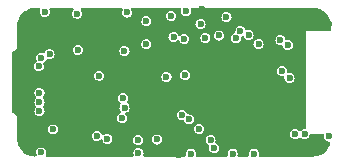
<source format=gbr>
%TF.GenerationSoftware,KiCad,Pcbnew,(6.0.4)*%
%TF.CreationDate,2022-08-13T13:22:29+02:00*%
%TF.ProjectId,mta1_usb,6d746131-5f75-4736-922e-6b696361645f,rev?*%
%TF.SameCoordinates,Original*%
%TF.FileFunction,Copper,L2,Inr*%
%TF.FilePolarity,Positive*%
%FSLAX46Y46*%
G04 Gerber Fmt 4.6, Leading zero omitted, Abs format (unit mm)*
G04 Created by KiCad (PCBNEW (6.0.4)) date 2022-08-13 13:22:29*
%MOMM*%
%LPD*%
G01*
G04 APERTURE LIST*
%TA.AperFunction,ViaPad*%
%ADD10C,0.600000*%
%TD*%
G04 APERTURE END LIST*
D10*
%TO.N,GND*%
X108951563Y-98787032D03*
X113700000Y-91262489D03*
X126850000Y-89100000D03*
X109499292Y-92457430D03*
X105643750Y-92350000D03*
X116550000Y-100100000D03*
X102200000Y-90500000D03*
X107017510Y-95517510D03*
X112200000Y-91600000D03*
X117900000Y-96100000D03*
X116900000Y-95100000D03*
X114190950Y-98140450D03*
X110450000Y-90350000D03*
X116107816Y-87836928D03*
X119850000Y-94100000D03*
X118900000Y-93100000D03*
X102800000Y-90200000D03*
X102987526Y-89456771D03*
X124200000Y-91350000D03*
X102200000Y-91150000D03*
X114136045Y-100136045D03*
X111450000Y-91600000D03*
X113250000Y-91750000D03*
X114521610Y-99650000D03*
X117900000Y-94100000D03*
X105593750Y-89200000D03*
X118900000Y-95100000D03*
X122700000Y-89500000D03*
X105191730Y-98653959D03*
X120500000Y-87950000D03*
X119850000Y-96100000D03*
X102400000Y-98000000D03*
X102400000Y-97350000D03*
X124500000Y-92000000D03*
X120900000Y-95100000D03*
X111400000Y-89850000D03*
X115800000Y-92050000D03*
X118850000Y-97100000D03*
%TO.N,+5V*%
X105543750Y-88200000D03*
X105593750Y-91250000D03*
X102500000Y-91950000D03*
X103500000Y-98000000D03*
X102300000Y-92650000D03*
X102350000Y-95700000D03*
X102800000Y-88050000D03*
X102350000Y-96450000D03*
%TO.N,+3V3*%
X114700000Y-93400000D03*
X123371981Y-90871981D03*
X111400000Y-88850000D03*
X119365412Y-89676255D03*
X107200000Y-98550000D03*
X123522528Y-93677472D03*
X116836928Y-98892184D03*
X109550000Y-96150000D03*
X114599988Y-90338489D03*
X109543750Y-91350000D03*
X109350000Y-97050000D03*
X109400000Y-95350000D03*
X120050000Y-90000000D03*
X126850000Y-98600000D03*
X113700000Y-90150000D03*
%TO.N,+2V5*%
X111400000Y-90800000D03*
X113100000Y-93550000D03*
X108100000Y-98800000D03*
%TO.N,+1V2*%
X122900238Y-93064220D03*
X115875683Y-97957964D03*
X110732513Y-99969111D03*
X109750000Y-88100000D03*
%TO.N,APP_CDONE*%
X122750000Y-90450000D03*
%TO.N,APP_CRESET*%
X116400000Y-90250000D03*
X120896377Y-90771778D03*
%TO.N,APP_ICE_SCK*%
X113500000Y-88388000D03*
X117562000Y-90050000D03*
%TO.N,SPI_VCC_OK*%
X107400000Y-93450000D03*
X102500000Y-99950000D03*
%TO.N,TX*%
X110707631Y-98894377D03*
%TO.N,Net-(P1-PadA5)*%
X102346800Y-94903200D03*
X103206258Y-91637342D03*
%TO.N,APP_ICE_SS*%
X118183368Y-88496982D03*
%TO.N,APP_ICE_MOSI*%
X115986240Y-89094334D03*
%TO.N,APP_ICE_MISO*%
X118984579Y-90263000D03*
X114756811Y-87993272D03*
%TO.N,RX*%
X112300000Y-98850000D03*
%TO.N,RTS*%
X115001531Y-97152723D03*
X115150000Y-100050000D03*
%TO.N,CTS*%
X117134427Y-99569435D03*
X114400000Y-96762000D03*
%TO.N,APP_GPIO1*%
X118700000Y-100050000D03*
%TO.N,APP_GPIO2*%
X120500000Y-100050000D03*
%TO.N,APP_GPIO3*%
X124000000Y-98400500D03*
%TO.N,APP_GPIO4*%
X124796800Y-98396800D03*
%TD*%
%TA.AperFunction,Conductor*%
%TO.N,GND*%
G36*
X102363036Y-87720502D02*
G01*
X102409529Y-87774158D01*
X102419633Y-87844432D01*
X102407182Y-87883702D01*
X102394783Y-87908037D01*
X102394782Y-87908041D01*
X102390281Y-87916874D01*
X102388731Y-87926663D01*
X102388730Y-87926665D01*
X102383761Y-87958041D01*
X102369196Y-88050000D01*
X102370747Y-88059793D01*
X102384790Y-88148454D01*
X102390281Y-88183126D01*
X102451472Y-88303220D01*
X102546780Y-88398528D01*
X102666874Y-88459719D01*
X102676663Y-88461269D01*
X102676665Y-88461270D01*
X102790207Y-88479253D01*
X102800000Y-88480804D01*
X102809793Y-88479253D01*
X102923335Y-88461270D01*
X102923337Y-88461269D01*
X102933126Y-88459719D01*
X103053220Y-88398528D01*
X103148528Y-88303220D01*
X103209719Y-88183126D01*
X103215211Y-88148454D01*
X103229253Y-88059793D01*
X103230804Y-88050000D01*
X103216239Y-87958041D01*
X103211270Y-87926665D01*
X103211269Y-87926663D01*
X103209719Y-87916874D01*
X103205218Y-87908041D01*
X103205217Y-87908037D01*
X103192818Y-87883702D01*
X103179714Y-87813925D01*
X103206415Y-87748140D01*
X103264443Y-87707235D01*
X103305085Y-87700500D01*
X105137312Y-87700500D01*
X105205433Y-87720502D01*
X105251926Y-87774158D01*
X105262030Y-87844432D01*
X105232536Y-87909012D01*
X105226407Y-87915595D01*
X105195222Y-87946780D01*
X105134031Y-88066874D01*
X105132481Y-88076663D01*
X105132480Y-88076665D01*
X105130335Y-88090207D01*
X105112946Y-88200000D01*
X105114497Y-88209793D01*
X105127896Y-88294388D01*
X105134031Y-88333126D01*
X105195222Y-88453220D01*
X105290530Y-88548528D01*
X105410624Y-88609719D01*
X105420413Y-88611269D01*
X105420415Y-88611270D01*
X105533957Y-88629253D01*
X105543750Y-88630804D01*
X105553543Y-88629253D01*
X105667085Y-88611270D01*
X105667087Y-88611269D01*
X105676876Y-88609719D01*
X105796970Y-88548528D01*
X105892278Y-88453220D01*
X105953469Y-88333126D01*
X105959605Y-88294388D01*
X105973003Y-88209793D01*
X105974554Y-88200000D01*
X105957165Y-88090207D01*
X105955020Y-88076665D01*
X105955019Y-88076663D01*
X105953469Y-88066874D01*
X105892278Y-87946780D01*
X105861093Y-87915595D01*
X105827067Y-87853283D01*
X105832132Y-87782468D01*
X105874679Y-87725632D01*
X105941199Y-87700821D01*
X105950188Y-87700500D01*
X109270392Y-87700500D01*
X109338513Y-87720502D01*
X109385006Y-87774158D01*
X109395110Y-87844432D01*
X109382659Y-87883702D01*
X109340281Y-87966874D01*
X109319196Y-88100000D01*
X109320747Y-88109793D01*
X109326158Y-88143954D01*
X109340281Y-88233126D01*
X109401472Y-88353220D01*
X109496780Y-88448528D01*
X109616874Y-88509719D01*
X109626663Y-88511269D01*
X109626665Y-88511270D01*
X109740207Y-88529253D01*
X109750000Y-88530804D01*
X109759793Y-88529253D01*
X109873335Y-88511270D01*
X109873337Y-88511269D01*
X109883126Y-88509719D01*
X110003220Y-88448528D01*
X110063748Y-88388000D01*
X113069196Y-88388000D01*
X113070747Y-88397793D01*
X113088279Y-88508483D01*
X113090281Y-88521126D01*
X113151472Y-88641220D01*
X113246780Y-88736528D01*
X113366874Y-88797719D01*
X113376663Y-88799269D01*
X113376665Y-88799270D01*
X113490207Y-88817253D01*
X113500000Y-88818804D01*
X113509793Y-88817253D01*
X113623335Y-88799270D01*
X113623337Y-88799269D01*
X113633126Y-88797719D01*
X113753220Y-88736528D01*
X113848528Y-88641220D01*
X113909719Y-88521126D01*
X113911722Y-88508483D01*
X113913544Y-88496982D01*
X117752564Y-88496982D01*
X117754115Y-88506775D01*
X117770420Y-88609719D01*
X117773649Y-88630108D01*
X117834840Y-88750202D01*
X117930148Y-88845510D01*
X118050242Y-88906701D01*
X118060031Y-88908251D01*
X118060033Y-88908252D01*
X118173575Y-88926235D01*
X118183368Y-88927786D01*
X118193161Y-88926235D01*
X118306703Y-88908252D01*
X118306705Y-88908251D01*
X118316494Y-88906701D01*
X118436588Y-88845510D01*
X118531896Y-88750202D01*
X118593087Y-88630108D01*
X118596317Y-88609719D01*
X118612621Y-88506775D01*
X118614172Y-88496982D01*
X118607241Y-88453220D01*
X118594638Y-88373647D01*
X118594637Y-88373645D01*
X118593087Y-88363856D01*
X118531896Y-88243762D01*
X118436588Y-88148454D01*
X118316494Y-88087263D01*
X118306705Y-88085713D01*
X118306703Y-88085712D01*
X118193161Y-88067729D01*
X118183368Y-88066178D01*
X118173575Y-88067729D01*
X118060033Y-88085712D01*
X118060031Y-88085713D01*
X118050242Y-88087263D01*
X117930148Y-88148454D01*
X117834840Y-88243762D01*
X117773649Y-88363856D01*
X117772099Y-88373645D01*
X117772098Y-88373647D01*
X117759495Y-88453220D01*
X117752564Y-88496982D01*
X113913544Y-88496982D01*
X113929253Y-88397793D01*
X113930804Y-88388000D01*
X113925581Y-88355023D01*
X113911270Y-88264665D01*
X113911269Y-88264663D01*
X113909719Y-88254874D01*
X113848528Y-88134780D01*
X113753220Y-88039472D01*
X113633126Y-87978281D01*
X113623337Y-87976731D01*
X113623335Y-87976730D01*
X113509793Y-87958747D01*
X113500000Y-87957196D01*
X113490207Y-87958747D01*
X113376665Y-87976730D01*
X113376663Y-87976731D01*
X113366874Y-87978281D01*
X113246780Y-88039472D01*
X113151472Y-88134780D01*
X113090281Y-88254874D01*
X113088731Y-88264663D01*
X113088730Y-88264665D01*
X113074419Y-88355023D01*
X113069196Y-88388000D01*
X110063748Y-88388000D01*
X110098528Y-88353220D01*
X110159719Y-88233126D01*
X110173843Y-88143954D01*
X110179253Y-88109793D01*
X110180804Y-88100000D01*
X110159719Y-87966874D01*
X110117341Y-87883702D01*
X110104237Y-87813926D01*
X110130937Y-87748142D01*
X110188964Y-87707235D01*
X110229608Y-87700500D01*
X114227171Y-87700500D01*
X114295292Y-87720502D01*
X114341785Y-87774158D01*
X114351889Y-87844432D01*
X114349194Y-87856020D01*
X114347092Y-87860146D01*
X114345541Y-87869939D01*
X114345540Y-87869942D01*
X114332563Y-87951878D01*
X114326007Y-87993272D01*
X114327558Y-88003065D01*
X114341607Y-88091764D01*
X114347092Y-88126398D01*
X114408283Y-88246492D01*
X114503591Y-88341800D01*
X114623685Y-88402991D01*
X114633474Y-88404541D01*
X114633476Y-88404542D01*
X114747018Y-88422525D01*
X114756811Y-88424076D01*
X114766604Y-88422525D01*
X114880146Y-88404542D01*
X114880148Y-88404541D01*
X114889937Y-88402991D01*
X115010031Y-88341800D01*
X115105339Y-88246492D01*
X115166530Y-88126398D01*
X115172016Y-88091764D01*
X115186064Y-88003065D01*
X115187615Y-87993272D01*
X115181059Y-87951878D01*
X115168082Y-87869942D01*
X115168081Y-87869939D01*
X115166530Y-87860146D01*
X115166463Y-87860015D01*
X115164590Y-87794470D01*
X115201251Y-87733672D01*
X115264963Y-87702346D01*
X115286451Y-87700500D01*
X125455152Y-87700500D01*
X125474536Y-87702000D01*
X125485567Y-87703718D01*
X125485571Y-87703718D01*
X125494440Y-87705099D01*
X125506517Y-87703520D01*
X125531837Y-87702777D01*
X125668377Y-87712543D01*
X125711526Y-87715629D01*
X125729320Y-87718188D01*
X125927741Y-87761352D01*
X125944990Y-87766416D01*
X125988028Y-87782468D01*
X126135248Y-87837378D01*
X126151595Y-87844843D01*
X126329817Y-87942161D01*
X126344934Y-87951876D01*
X126378135Y-87976730D01*
X126507496Y-88073568D01*
X126521082Y-88085341D01*
X126664659Y-88228918D01*
X126676432Y-88242504D01*
X126697280Y-88270354D01*
X126796599Y-88403028D01*
X126798122Y-88405063D01*
X126807839Y-88420183D01*
X126900441Y-88589769D01*
X126905155Y-88598402D01*
X126912622Y-88614752D01*
X126919200Y-88632388D01*
X126983584Y-88805010D01*
X126988648Y-88822259D01*
X127031812Y-89020680D01*
X127034371Y-89038474D01*
X127046760Y-89211696D01*
X127046142Y-89226590D01*
X127046392Y-89226593D01*
X127046282Y-89235569D01*
X127044901Y-89244440D01*
X127046065Y-89253342D01*
X127046065Y-89253345D01*
X127048436Y-89271473D01*
X127049500Y-89287810D01*
X127049500Y-89574000D01*
X127029498Y-89642121D01*
X126975842Y-89688614D01*
X126923500Y-89700000D01*
X124900000Y-89700000D01*
X124900000Y-97842036D01*
X124879998Y-97910157D01*
X124826342Y-97956650D01*
X124793711Y-97966485D01*
X124673465Y-97985530D01*
X124673463Y-97985531D01*
X124663674Y-97987081D01*
X124543580Y-98048272D01*
X124485645Y-98106207D01*
X124423333Y-98140233D01*
X124352518Y-98135168D01*
X124307455Y-98106207D01*
X124253220Y-98051972D01*
X124133126Y-97990781D01*
X124123337Y-97989231D01*
X124123335Y-97989230D01*
X124009793Y-97971247D01*
X124000000Y-97969696D01*
X123990207Y-97971247D01*
X123876665Y-97989230D01*
X123876663Y-97989231D01*
X123866874Y-97990781D01*
X123746780Y-98051972D01*
X123651472Y-98147280D01*
X123590281Y-98267374D01*
X123588731Y-98277163D01*
X123588730Y-98277165D01*
X123570747Y-98390707D01*
X123569196Y-98400500D01*
X123570747Y-98410293D01*
X123586019Y-98506714D01*
X123590281Y-98533626D01*
X123651472Y-98653720D01*
X123746780Y-98749028D01*
X123866874Y-98810219D01*
X123876663Y-98811769D01*
X123876665Y-98811770D01*
X123990207Y-98829753D01*
X124000000Y-98831304D01*
X124009793Y-98829753D01*
X124123335Y-98811770D01*
X124123337Y-98811769D01*
X124133126Y-98810219D01*
X124253220Y-98749028D01*
X124311155Y-98691093D01*
X124373467Y-98657067D01*
X124444282Y-98662132D01*
X124489345Y-98691093D01*
X124543580Y-98745328D01*
X124663674Y-98806519D01*
X124673463Y-98808069D01*
X124673465Y-98808070D01*
X124787007Y-98826053D01*
X124796800Y-98827604D01*
X124806593Y-98826053D01*
X124920135Y-98808070D01*
X124920137Y-98808069D01*
X124929926Y-98806519D01*
X125050020Y-98745328D01*
X125145328Y-98650020D01*
X125206519Y-98529926D01*
X125210196Y-98506714D01*
X125218182Y-98456289D01*
X125248595Y-98392136D01*
X125308863Y-98354609D01*
X125342631Y-98350000D01*
X126311265Y-98350000D01*
X126379386Y-98370002D01*
X126425879Y-98423658D01*
X126435714Y-98495710D01*
X126419196Y-98600000D01*
X126420747Y-98609793D01*
X126437830Y-98717649D01*
X126440281Y-98733126D01*
X126501472Y-98853220D01*
X126596780Y-98948528D01*
X126716874Y-99009719D01*
X126726663Y-99011269D01*
X126726665Y-99011270D01*
X126840207Y-99029253D01*
X126850000Y-99030804D01*
X126859793Y-99029253D01*
X126863926Y-99029253D01*
X126932047Y-99049255D01*
X126978540Y-99102911D01*
X126988644Y-99173185D01*
X126981982Y-99199285D01*
X126961120Y-99255218D01*
X126938792Y-99315085D01*
X126912624Y-99385244D01*
X126905157Y-99401595D01*
X126816535Y-99563893D01*
X126807841Y-99579814D01*
X126798124Y-99594934D01*
X126727132Y-99689769D01*
X126676432Y-99757496D01*
X126664659Y-99771082D01*
X126521082Y-99914659D01*
X126507495Y-99926432D01*
X126437068Y-99979154D01*
X126344937Y-100048122D01*
X126329817Y-100057839D01*
X126151595Y-100155157D01*
X126135248Y-100162622D01*
X126026400Y-100203220D01*
X125944990Y-100233584D01*
X125927741Y-100238648D01*
X125729320Y-100281812D01*
X125711526Y-100284371D01*
X125538304Y-100296760D01*
X125523410Y-100296142D01*
X125523407Y-100296392D01*
X125514431Y-100296282D01*
X125505560Y-100294901D01*
X125496658Y-100296065D01*
X125496655Y-100296065D01*
X125478527Y-100298436D01*
X125462190Y-100299500D01*
X121038815Y-100299500D01*
X120970694Y-100279498D01*
X120924201Y-100225842D01*
X120914366Y-100153790D01*
X120929253Y-100059794D01*
X120929253Y-100059793D01*
X120930804Y-100050000D01*
X120918870Y-99974653D01*
X120911270Y-99926665D01*
X120911269Y-99926663D01*
X120909719Y-99916874D01*
X120848528Y-99796780D01*
X120753220Y-99701472D01*
X120633126Y-99640281D01*
X120623337Y-99638731D01*
X120623335Y-99638730D01*
X120509793Y-99620747D01*
X120500000Y-99619196D01*
X120490207Y-99620747D01*
X120376665Y-99638730D01*
X120376663Y-99638731D01*
X120366874Y-99640281D01*
X120246780Y-99701472D01*
X120151472Y-99796780D01*
X120090281Y-99916874D01*
X120088731Y-99926663D01*
X120088730Y-99926665D01*
X120081130Y-99974653D01*
X120069196Y-100050000D01*
X120070747Y-100059793D01*
X120070747Y-100059794D01*
X120085634Y-100153790D01*
X120076534Y-100224201D01*
X120030812Y-100278515D01*
X119961185Y-100299500D01*
X119238815Y-100299500D01*
X119170694Y-100279498D01*
X119124201Y-100225842D01*
X119114366Y-100153790D01*
X119129253Y-100059794D01*
X119129253Y-100059793D01*
X119130804Y-100050000D01*
X119118870Y-99974653D01*
X119111270Y-99926665D01*
X119111269Y-99926663D01*
X119109719Y-99916874D01*
X119048528Y-99796780D01*
X118953220Y-99701472D01*
X118833126Y-99640281D01*
X118823337Y-99638731D01*
X118823335Y-99638730D01*
X118709793Y-99620747D01*
X118700000Y-99619196D01*
X118690207Y-99620747D01*
X118576665Y-99638730D01*
X118576663Y-99638731D01*
X118566874Y-99640281D01*
X118446780Y-99701472D01*
X118351472Y-99796780D01*
X118290281Y-99916874D01*
X118288731Y-99926663D01*
X118288730Y-99926665D01*
X118281130Y-99974653D01*
X118269196Y-100050000D01*
X118270747Y-100059793D01*
X118270747Y-100059794D01*
X118285634Y-100153790D01*
X118276534Y-100224201D01*
X118230812Y-100278515D01*
X118161185Y-100299500D01*
X115688815Y-100299500D01*
X115620694Y-100279498D01*
X115574201Y-100225842D01*
X115564366Y-100153790D01*
X115579253Y-100059794D01*
X115579253Y-100059793D01*
X115580804Y-100050000D01*
X115568870Y-99974653D01*
X115561270Y-99926665D01*
X115561269Y-99926663D01*
X115559719Y-99916874D01*
X115498528Y-99796780D01*
X115403220Y-99701472D01*
X115283126Y-99640281D01*
X115273337Y-99638731D01*
X115273335Y-99638730D01*
X115159793Y-99620747D01*
X115150000Y-99619196D01*
X115140207Y-99620747D01*
X115026665Y-99638730D01*
X115026663Y-99638731D01*
X115016874Y-99640281D01*
X114896780Y-99701472D01*
X114801472Y-99796780D01*
X114740281Y-99916874D01*
X114738731Y-99926663D01*
X114738730Y-99926665D01*
X114731130Y-99974653D01*
X114719196Y-100050000D01*
X114720747Y-100059793D01*
X114720747Y-100059794D01*
X114735634Y-100153790D01*
X114726534Y-100224201D01*
X114680812Y-100278515D01*
X114611185Y-100299500D01*
X111247335Y-100299500D01*
X111179214Y-100279498D01*
X111132721Y-100225842D01*
X111122617Y-100155568D01*
X111135068Y-100116297D01*
X111142232Y-100102237D01*
X111150506Y-100050000D01*
X111161766Y-99978904D01*
X111163317Y-99969111D01*
X111155781Y-99921528D01*
X111143783Y-99845776D01*
X111143782Y-99845774D01*
X111142232Y-99835985D01*
X111081041Y-99715891D01*
X110985733Y-99620583D01*
X110865639Y-99559392D01*
X110855848Y-99557841D01*
X110855847Y-99557841D01*
X110847127Y-99556460D01*
X110833001Y-99554223D01*
X110768849Y-99523812D01*
X110731321Y-99463544D01*
X110732334Y-99392555D01*
X110771565Y-99333382D01*
X110822055Y-99310322D01*
X110821532Y-99308712D01*
X110830965Y-99305647D01*
X110840757Y-99304096D01*
X110960851Y-99242905D01*
X111056159Y-99147597D01*
X111117350Y-99027503D01*
X111123986Y-98985609D01*
X111136884Y-98904170D01*
X111138435Y-98894377D01*
X111133027Y-98860231D01*
X111131407Y-98850000D01*
X111869196Y-98850000D01*
X111870747Y-98859793D01*
X111886921Y-98961909D01*
X111890281Y-98983126D01*
X111951472Y-99103220D01*
X112046780Y-99198528D01*
X112166874Y-99259719D01*
X112176663Y-99261269D01*
X112176665Y-99261270D01*
X112290207Y-99279253D01*
X112300000Y-99280804D01*
X112309793Y-99279253D01*
X112423335Y-99261270D01*
X112423337Y-99261269D01*
X112433126Y-99259719D01*
X112553220Y-99198528D01*
X112648528Y-99103220D01*
X112709719Y-98983126D01*
X112713080Y-98961909D01*
X112724123Y-98892184D01*
X116406124Y-98892184D01*
X116407675Y-98901977D01*
X116424740Y-99009719D01*
X116427209Y-99025310D01*
X116488400Y-99145404D01*
X116583708Y-99240712D01*
X116624056Y-99261270D01*
X116664721Y-99281990D01*
X116716336Y-99330738D01*
X116733402Y-99399653D01*
X116727929Y-99429986D01*
X116724708Y-99436309D01*
X116723158Y-99446098D01*
X116723157Y-99446100D01*
X116707528Y-99544782D01*
X116703623Y-99569435D01*
X116705174Y-99579228D01*
X116711726Y-99620593D01*
X116724708Y-99702561D01*
X116785899Y-99822655D01*
X116881207Y-99917963D01*
X117001301Y-99979154D01*
X117011090Y-99980704D01*
X117011092Y-99980705D01*
X117124634Y-99998688D01*
X117134427Y-100000239D01*
X117144220Y-99998688D01*
X117257762Y-99980705D01*
X117257764Y-99980704D01*
X117267553Y-99979154D01*
X117387647Y-99917963D01*
X117482955Y-99822655D01*
X117544146Y-99702561D01*
X117557129Y-99620593D01*
X117563680Y-99579228D01*
X117565231Y-99569435D01*
X117561326Y-99544782D01*
X117545697Y-99446100D01*
X117545696Y-99446098D01*
X117544146Y-99436309D01*
X117482955Y-99316215D01*
X117387647Y-99220907D01*
X117306633Y-99179629D01*
X117255019Y-99130881D01*
X117237953Y-99061966D01*
X117243426Y-99031633D01*
X117246647Y-99025310D01*
X117249117Y-99009719D01*
X117266181Y-98901977D01*
X117267732Y-98892184D01*
X117252243Y-98794388D01*
X117248198Y-98768849D01*
X117248197Y-98768847D01*
X117246647Y-98759058D01*
X117185456Y-98638964D01*
X117090148Y-98543656D01*
X116970054Y-98482465D01*
X116960265Y-98480915D01*
X116960263Y-98480914D01*
X116846721Y-98462931D01*
X116836928Y-98461380D01*
X116827135Y-98462931D01*
X116713593Y-98480914D01*
X116713591Y-98480915D01*
X116703802Y-98482465D01*
X116583708Y-98543656D01*
X116488400Y-98638964D01*
X116427209Y-98759058D01*
X116425659Y-98768847D01*
X116425658Y-98768849D01*
X116421613Y-98794388D01*
X116406124Y-98892184D01*
X112724123Y-98892184D01*
X112729253Y-98859793D01*
X112730804Y-98850000D01*
X112723917Y-98806519D01*
X112711270Y-98726665D01*
X112711269Y-98726663D01*
X112709719Y-98716874D01*
X112648528Y-98596780D01*
X112553220Y-98501472D01*
X112433126Y-98440281D01*
X112423337Y-98438731D01*
X112423335Y-98438730D01*
X112309793Y-98420747D01*
X112300000Y-98419196D01*
X112290207Y-98420747D01*
X112176665Y-98438730D01*
X112176663Y-98438731D01*
X112166874Y-98440281D01*
X112046780Y-98501472D01*
X111951472Y-98596780D01*
X111890281Y-98716874D01*
X111888731Y-98726663D01*
X111888730Y-98726665D01*
X111876083Y-98806519D01*
X111869196Y-98850000D01*
X111131407Y-98850000D01*
X111118901Y-98771042D01*
X111118900Y-98771040D01*
X111117350Y-98761251D01*
X111056159Y-98641157D01*
X110960851Y-98545849D01*
X110840757Y-98484658D01*
X110830968Y-98483108D01*
X110830966Y-98483107D01*
X110717424Y-98465124D01*
X110707631Y-98463573D01*
X110697838Y-98465124D01*
X110584296Y-98483107D01*
X110584294Y-98483108D01*
X110574505Y-98484658D01*
X110454411Y-98545849D01*
X110359103Y-98641157D01*
X110297912Y-98761251D01*
X110296362Y-98771040D01*
X110296361Y-98771042D01*
X110282235Y-98860231D01*
X110276827Y-98894377D01*
X110278378Y-98904170D01*
X110291277Y-98985609D01*
X110297912Y-99027503D01*
X110359103Y-99147597D01*
X110454411Y-99242905D01*
X110574505Y-99304096D01*
X110584296Y-99305647D01*
X110584297Y-99305647D01*
X110593017Y-99307028D01*
X110607143Y-99309265D01*
X110671295Y-99339676D01*
X110708823Y-99399944D01*
X110707810Y-99470933D01*
X110668579Y-99530106D01*
X110618089Y-99553166D01*
X110618612Y-99554776D01*
X110609179Y-99557841D01*
X110599387Y-99559392D01*
X110479293Y-99620583D01*
X110383985Y-99715891D01*
X110322794Y-99835985D01*
X110321244Y-99845774D01*
X110321243Y-99845776D01*
X110309245Y-99921528D01*
X110301709Y-99969111D01*
X110303260Y-99978904D01*
X110314521Y-100050000D01*
X110322794Y-100102237D01*
X110329958Y-100116297D01*
X110343062Y-100186073D01*
X110316362Y-100251858D01*
X110258335Y-100292765D01*
X110217691Y-100299500D01*
X103005085Y-100299500D01*
X102936964Y-100279498D01*
X102890471Y-100225842D01*
X102880367Y-100155568D01*
X102892818Y-100116298D01*
X102905217Y-100091963D01*
X102905218Y-100091959D01*
X102909719Y-100083126D01*
X102913415Y-100059794D01*
X102929253Y-99959793D01*
X102930804Y-99950000D01*
X102926443Y-99922463D01*
X102911270Y-99826665D01*
X102911269Y-99826663D01*
X102909719Y-99816874D01*
X102848528Y-99696780D01*
X102753220Y-99601472D01*
X102633126Y-99540281D01*
X102623337Y-99538731D01*
X102623335Y-99538730D01*
X102509793Y-99520747D01*
X102500000Y-99519196D01*
X102490207Y-99520747D01*
X102376665Y-99538730D01*
X102376663Y-99538731D01*
X102366874Y-99540281D01*
X102246780Y-99601472D01*
X102151472Y-99696780D01*
X102090281Y-99816874D01*
X102088731Y-99826663D01*
X102088730Y-99826665D01*
X102073557Y-99922463D01*
X102069196Y-99950000D01*
X102070747Y-99959793D01*
X102086586Y-100059794D01*
X102090281Y-100083126D01*
X102094782Y-100091959D01*
X102094783Y-100091963D01*
X102105411Y-100112822D01*
X102118515Y-100182599D01*
X102091814Y-100248384D01*
X102033786Y-100289289D01*
X102005038Y-100293886D01*
X102005171Y-100294896D01*
X101993115Y-100296483D01*
X101967780Y-100297247D01*
X101917450Y-100293687D01*
X101788086Y-100284535D01*
X101770281Y-100281988D01*
X101571855Y-100238951D01*
X101554584Y-100233890D01*
X101364317Y-100163025D01*
X101347944Y-100155555D01*
X101327843Y-100144587D01*
X101169713Y-100058305D01*
X101154581Y-100048585D01*
X100992017Y-99926931D01*
X100978415Y-99915146D01*
X100834854Y-99771585D01*
X100823069Y-99757983D01*
X100798179Y-99724723D01*
X100701415Y-99595419D01*
X100691695Y-99580287D01*
X100594445Y-99402056D01*
X100586975Y-99385683D01*
X100586812Y-99385244D01*
X100558307Y-99308712D01*
X100516110Y-99195416D01*
X100511049Y-99178146D01*
X100494731Y-99102911D01*
X100468012Y-98979719D01*
X100465464Y-98961909D01*
X100464518Y-98948528D01*
X100454734Y-98810231D01*
X100453210Y-98788682D01*
X100453840Y-98773797D01*
X100453588Y-98773794D01*
X100453706Y-98764814D01*
X100455094Y-98755947D01*
X100451550Y-98728664D01*
X100450500Y-98712433D01*
X100450500Y-98550000D01*
X106769196Y-98550000D01*
X106770747Y-98559793D01*
X106786154Y-98657067D01*
X106790281Y-98683126D01*
X106851472Y-98803220D01*
X106946780Y-98898528D01*
X107066874Y-98959719D01*
X107076663Y-98961269D01*
X107076665Y-98961270D01*
X107190207Y-98979253D01*
X107200000Y-98980804D01*
X107209793Y-98979253D01*
X107323335Y-98961270D01*
X107323337Y-98961269D01*
X107333126Y-98959719D01*
X107453220Y-98898528D01*
X107479501Y-98872247D01*
X107541813Y-98838221D01*
X107612628Y-98843286D01*
X107669464Y-98885833D01*
X107688430Y-98922408D01*
X107688729Y-98923330D01*
X107690281Y-98933126D01*
X107694782Y-98941959D01*
X107694783Y-98941962D01*
X107713784Y-98979253D01*
X107751472Y-99053220D01*
X107846780Y-99148528D01*
X107966874Y-99209719D01*
X107976663Y-99211269D01*
X107976665Y-99211270D01*
X108090207Y-99229253D01*
X108100000Y-99230804D01*
X108109793Y-99229253D01*
X108223335Y-99211270D01*
X108223337Y-99211269D01*
X108233126Y-99209719D01*
X108353220Y-99148528D01*
X108448528Y-99053220D01*
X108509719Y-98933126D01*
X108514653Y-98901977D01*
X108529253Y-98809793D01*
X108530804Y-98800000D01*
X108524646Y-98761120D01*
X108511270Y-98676665D01*
X108511269Y-98676663D01*
X108509719Y-98666874D01*
X108448528Y-98546780D01*
X108353220Y-98451472D01*
X108233126Y-98390281D01*
X108223337Y-98388731D01*
X108223335Y-98388730D01*
X108109793Y-98370747D01*
X108100000Y-98369196D01*
X108090207Y-98370747D01*
X107976665Y-98388730D01*
X107976663Y-98388731D01*
X107966874Y-98390281D01*
X107846780Y-98451472D01*
X107820499Y-98477753D01*
X107758187Y-98511779D01*
X107687372Y-98506714D01*
X107630536Y-98464167D01*
X107611570Y-98427592D01*
X107611271Y-98426670D01*
X107609719Y-98416874D01*
X107548528Y-98296780D01*
X107453220Y-98201472D01*
X107333126Y-98140281D01*
X107323337Y-98138731D01*
X107323335Y-98138730D01*
X107209793Y-98120747D01*
X107200000Y-98119196D01*
X107190207Y-98120747D01*
X107076665Y-98138730D01*
X107076663Y-98138731D01*
X107066874Y-98140281D01*
X106946780Y-98201472D01*
X106851472Y-98296780D01*
X106790281Y-98416874D01*
X106788731Y-98426663D01*
X106788730Y-98426665D01*
X106770816Y-98539769D01*
X106769196Y-98550000D01*
X100450500Y-98550000D01*
X100450500Y-98000000D01*
X103069196Y-98000000D01*
X103070747Y-98009793D01*
X103088075Y-98119196D01*
X103090281Y-98133126D01*
X103151472Y-98253220D01*
X103246780Y-98348528D01*
X103366874Y-98409719D01*
X103376663Y-98411269D01*
X103376665Y-98411270D01*
X103490207Y-98429253D01*
X103500000Y-98430804D01*
X103509793Y-98429253D01*
X103623335Y-98411270D01*
X103623337Y-98411269D01*
X103633126Y-98409719D01*
X103753220Y-98348528D01*
X103848528Y-98253220D01*
X103909719Y-98133126D01*
X103911926Y-98119196D01*
X103929253Y-98009793D01*
X103930804Y-98000000D01*
X103924146Y-97957964D01*
X115444879Y-97957964D01*
X115446430Y-97967757D01*
X115459056Y-98047472D01*
X115465964Y-98091090D01*
X115527155Y-98211184D01*
X115622463Y-98306492D01*
X115742557Y-98367683D01*
X115752346Y-98369233D01*
X115752348Y-98369234D01*
X115865890Y-98387217D01*
X115875683Y-98388768D01*
X115885476Y-98387217D01*
X115999018Y-98369234D01*
X115999020Y-98369233D01*
X116008809Y-98367683D01*
X116128903Y-98306492D01*
X116224211Y-98211184D01*
X116285402Y-98091090D01*
X116292311Y-98047472D01*
X116304936Y-97967757D01*
X116306487Y-97957964D01*
X116285402Y-97824838D01*
X116224211Y-97704744D01*
X116128903Y-97609436D01*
X116008809Y-97548245D01*
X115999020Y-97546695D01*
X115999018Y-97546694D01*
X115885476Y-97528711D01*
X115875683Y-97527160D01*
X115865890Y-97528711D01*
X115752348Y-97546694D01*
X115752346Y-97546695D01*
X115742557Y-97548245D01*
X115622463Y-97609436D01*
X115527155Y-97704744D01*
X115465964Y-97824838D01*
X115444879Y-97957964D01*
X103924146Y-97957964D01*
X103922595Y-97948171D01*
X103911270Y-97876665D01*
X103911269Y-97876663D01*
X103909719Y-97866874D01*
X103848528Y-97746780D01*
X103753220Y-97651472D01*
X103633126Y-97590281D01*
X103623337Y-97588731D01*
X103623335Y-97588730D01*
X103509793Y-97570747D01*
X103500000Y-97569196D01*
X103490207Y-97570747D01*
X103376665Y-97588730D01*
X103376663Y-97588731D01*
X103366874Y-97590281D01*
X103246780Y-97651472D01*
X103151472Y-97746780D01*
X103090281Y-97866874D01*
X103088731Y-97876663D01*
X103088730Y-97876665D01*
X103077405Y-97948171D01*
X103069196Y-98000000D01*
X100450500Y-98000000D01*
X100450500Y-97116055D01*
X100451839Y-97104353D01*
X100451319Y-97104312D01*
X100452058Y-97094921D01*
X100454185Y-97085745D01*
X100452348Y-97059793D01*
X100451654Y-97050000D01*
X108919196Y-97050000D01*
X108920747Y-97059793D01*
X108937017Y-97162516D01*
X108940281Y-97183126D01*
X109001472Y-97303220D01*
X109096780Y-97398528D01*
X109216874Y-97459719D01*
X109226663Y-97461269D01*
X109226665Y-97461270D01*
X109340207Y-97479253D01*
X109350000Y-97480804D01*
X109359793Y-97479253D01*
X109473335Y-97461270D01*
X109473337Y-97461269D01*
X109483126Y-97459719D01*
X109603220Y-97398528D01*
X109698528Y-97303220D01*
X109759719Y-97183126D01*
X109762984Y-97162516D01*
X109779253Y-97059793D01*
X109780804Y-97050000D01*
X109775443Y-97016150D01*
X109761270Y-96926665D01*
X109761269Y-96926663D01*
X109759719Y-96916874D01*
X109698528Y-96796780D01*
X109663748Y-96762000D01*
X113969196Y-96762000D01*
X113970747Y-96771793D01*
X113988248Y-96882287D01*
X113990281Y-96895126D01*
X114051472Y-97015220D01*
X114146780Y-97110528D01*
X114266874Y-97171719D01*
X114276663Y-97173269D01*
X114276665Y-97173270D01*
X114390207Y-97191253D01*
X114400000Y-97192804D01*
X114409793Y-97191253D01*
X114409794Y-97191253D01*
X114448934Y-97185054D01*
X114519345Y-97194154D01*
X114573659Y-97239876D01*
X114588477Y-97270566D01*
X114590261Y-97276056D01*
X114591812Y-97285849D01*
X114653003Y-97405943D01*
X114748311Y-97501251D01*
X114868405Y-97562442D01*
X114878194Y-97563992D01*
X114878196Y-97563993D01*
X114991738Y-97581976D01*
X115001531Y-97583527D01*
X115011324Y-97581976D01*
X115124866Y-97563993D01*
X115124868Y-97563992D01*
X115134657Y-97562442D01*
X115254751Y-97501251D01*
X115350059Y-97405943D01*
X115411250Y-97285849D01*
X115412854Y-97275726D01*
X115430784Y-97162516D01*
X115432335Y-97152723D01*
X115424674Y-97104353D01*
X115412801Y-97029388D01*
X115412800Y-97029386D01*
X115411250Y-97019597D01*
X115350059Y-96899503D01*
X115254751Y-96804195D01*
X115134657Y-96743004D01*
X115124868Y-96741454D01*
X115124866Y-96741453D01*
X115011324Y-96723470D01*
X115001531Y-96721919D01*
X114991738Y-96723470D01*
X114991737Y-96723470D01*
X114952597Y-96729669D01*
X114882186Y-96720569D01*
X114827872Y-96674847D01*
X114813054Y-96644157D01*
X114811270Y-96638667D01*
X114809719Y-96628874D01*
X114748528Y-96508780D01*
X114653220Y-96413472D01*
X114533126Y-96352281D01*
X114523337Y-96350731D01*
X114523335Y-96350730D01*
X114409793Y-96332747D01*
X114400000Y-96331196D01*
X114390207Y-96332747D01*
X114276665Y-96350730D01*
X114276663Y-96350731D01*
X114266874Y-96352281D01*
X114146780Y-96413472D01*
X114051472Y-96508780D01*
X113990281Y-96628874D01*
X113988731Y-96638663D01*
X113988730Y-96638665D01*
X113974317Y-96729669D01*
X113969196Y-96762000D01*
X109663748Y-96762000D01*
X109658915Y-96757167D01*
X109624889Y-96694855D01*
X109629954Y-96624040D01*
X109672501Y-96567204D01*
X109690804Y-96555807D01*
X109803220Y-96498528D01*
X109898528Y-96403220D01*
X109959719Y-96283126D01*
X109980804Y-96150000D01*
X109968925Y-96075000D01*
X109961270Y-96026665D01*
X109961269Y-96026663D01*
X109959719Y-96016874D01*
X109898528Y-95896780D01*
X109803220Y-95801472D01*
X109788230Y-95793834D01*
X109736615Y-95745087D01*
X109719548Y-95676173D01*
X109743098Y-95608650D01*
X109748528Y-95603220D01*
X109809719Y-95483126D01*
X109830804Y-95350000D01*
X109815911Y-95255968D01*
X109811270Y-95226665D01*
X109811269Y-95226663D01*
X109809719Y-95216874D01*
X109748528Y-95096780D01*
X109653220Y-95001472D01*
X109533126Y-94940281D01*
X109523337Y-94938731D01*
X109523335Y-94938730D01*
X109409793Y-94920747D01*
X109400000Y-94919196D01*
X109390207Y-94920747D01*
X109276665Y-94938730D01*
X109276663Y-94938731D01*
X109266874Y-94940281D01*
X109146780Y-95001472D01*
X109051472Y-95096780D01*
X108990281Y-95216874D01*
X108988731Y-95226663D01*
X108988730Y-95226665D01*
X108984089Y-95255968D01*
X108969196Y-95350000D01*
X108990281Y-95483126D01*
X109051472Y-95603220D01*
X109146780Y-95698528D01*
X109161770Y-95706166D01*
X109213385Y-95754913D01*
X109230452Y-95823827D01*
X109206902Y-95891350D01*
X109201472Y-95896780D01*
X109140281Y-96016874D01*
X109138731Y-96026663D01*
X109138730Y-96026665D01*
X109131075Y-96075000D01*
X109119196Y-96150000D01*
X109140281Y-96283126D01*
X109201472Y-96403220D01*
X109241085Y-96442833D01*
X109275111Y-96505145D01*
X109270046Y-96575960D01*
X109227499Y-96632796D01*
X109209196Y-96644193D01*
X109096780Y-96701472D01*
X109001472Y-96796780D01*
X108940281Y-96916874D01*
X108938731Y-96926663D01*
X108938730Y-96926665D01*
X108924557Y-97016150D01*
X108919196Y-97050000D01*
X100451654Y-97050000D01*
X100450815Y-97038151D01*
X100450500Y-97029252D01*
X100450500Y-97016150D01*
X100448886Y-97005414D01*
X100447801Y-96995582D01*
X100445282Y-96960013D01*
X100444617Y-96950616D01*
X100441217Y-96941829D01*
X100439355Y-96933498D01*
X100436849Y-96925351D01*
X100435449Y-96916038D01*
X100415933Y-96875396D01*
X100412006Y-96866321D01*
X100399136Y-96833055D01*
X100395739Y-96824274D01*
X100389909Y-96816879D01*
X100385682Y-96809468D01*
X100380885Y-96802409D01*
X100376809Y-96793921D01*
X100356355Y-96771793D01*
X100346200Y-96760807D01*
X100339779Y-96753288D01*
X100317705Y-96725288D01*
X100317702Y-96725285D01*
X100311872Y-96717890D01*
X100304126Y-96712537D01*
X100297902Y-96706692D01*
X100291248Y-96701361D01*
X100284854Y-96694444D01*
X100245862Y-96671796D01*
X100237509Y-96666495D01*
X100208178Y-96646223D01*
X100208177Y-96646222D01*
X100200431Y-96640869D01*
X100191452Y-96638029D01*
X100183781Y-96634271D01*
X100175854Y-96631132D01*
X100167713Y-96626404D01*
X100158546Y-96624279D01*
X100158543Y-96624278D01*
X100123793Y-96616224D01*
X100114250Y-96613613D01*
X100088006Y-96605313D01*
X100029087Y-96565701D01*
X100000938Y-96500523D01*
X100000000Y-96485178D01*
X100000000Y-94903200D01*
X101915996Y-94903200D01*
X101917547Y-94912993D01*
X101931561Y-95001472D01*
X101937081Y-95036326D01*
X101998272Y-95156420D01*
X102055957Y-95214105D01*
X102089983Y-95276417D01*
X102084918Y-95347232D01*
X102055957Y-95392295D01*
X102001472Y-95446780D01*
X101940281Y-95566874D01*
X101919196Y-95700000D01*
X101920747Y-95709793D01*
X101935268Y-95801472D01*
X101940281Y-95833126D01*
X102001472Y-95953220D01*
X102034157Y-95985905D01*
X102068183Y-96048217D01*
X102063118Y-96119032D01*
X102034157Y-96164095D01*
X102001472Y-96196780D01*
X101940281Y-96316874D01*
X101938731Y-96326663D01*
X101938730Y-96326665D01*
X101937767Y-96332747D01*
X101919196Y-96450000D01*
X101920747Y-96459793D01*
X101936574Y-96559719D01*
X101940281Y-96583126D01*
X102001472Y-96703220D01*
X102096780Y-96798528D01*
X102216874Y-96859719D01*
X102226663Y-96861269D01*
X102226665Y-96861270D01*
X102340207Y-96879253D01*
X102350000Y-96880804D01*
X102359793Y-96879253D01*
X102473335Y-96861270D01*
X102473337Y-96861269D01*
X102483126Y-96859719D01*
X102603220Y-96798528D01*
X102698528Y-96703220D01*
X102759719Y-96583126D01*
X102763427Y-96559719D01*
X102779253Y-96459793D01*
X102780804Y-96450000D01*
X102762233Y-96332747D01*
X102761270Y-96326665D01*
X102761269Y-96326663D01*
X102759719Y-96316874D01*
X102698528Y-96196780D01*
X102665843Y-96164095D01*
X102631817Y-96101783D01*
X102636882Y-96030968D01*
X102665843Y-95985905D01*
X102698528Y-95953220D01*
X102759719Y-95833126D01*
X102764733Y-95801472D01*
X102779253Y-95709793D01*
X102780804Y-95700000D01*
X102759719Y-95566874D01*
X102698528Y-95446780D01*
X102640843Y-95389095D01*
X102606817Y-95326783D01*
X102611882Y-95255968D01*
X102640843Y-95210905D01*
X102695328Y-95156420D01*
X102756519Y-95036326D01*
X102762040Y-95001472D01*
X102776053Y-94912993D01*
X102777604Y-94903200D01*
X102756519Y-94770074D01*
X102695328Y-94649980D01*
X102600020Y-94554672D01*
X102479926Y-94493481D01*
X102470137Y-94491931D01*
X102470135Y-94491930D01*
X102356593Y-94473947D01*
X102346800Y-94472396D01*
X102337007Y-94473947D01*
X102223465Y-94491930D01*
X102223463Y-94491931D01*
X102213674Y-94493481D01*
X102093580Y-94554672D01*
X101998272Y-94649980D01*
X101937081Y-94770074D01*
X101915996Y-94903200D01*
X100000000Y-94903200D01*
X100000000Y-93450000D01*
X106969196Y-93450000D01*
X106970747Y-93459793D01*
X106985690Y-93554137D01*
X106990281Y-93583126D01*
X107051472Y-93703220D01*
X107146780Y-93798528D01*
X107266874Y-93859719D01*
X107276663Y-93861269D01*
X107276665Y-93861270D01*
X107390207Y-93879253D01*
X107400000Y-93880804D01*
X107409793Y-93879253D01*
X107523335Y-93861270D01*
X107523337Y-93861269D01*
X107533126Y-93859719D01*
X107653220Y-93798528D01*
X107748528Y-93703220D01*
X107809719Y-93583126D01*
X107814311Y-93554137D01*
X107814966Y-93550000D01*
X112669196Y-93550000D01*
X112670747Y-93559793D01*
X112684146Y-93644388D01*
X112690281Y-93683126D01*
X112751472Y-93803220D01*
X112846780Y-93898528D01*
X112966874Y-93959719D01*
X112976663Y-93961269D01*
X112976665Y-93961270D01*
X113090207Y-93979253D01*
X113100000Y-93980804D01*
X113109793Y-93979253D01*
X113223335Y-93961270D01*
X113223337Y-93961269D01*
X113233126Y-93959719D01*
X113353220Y-93898528D01*
X113448528Y-93803220D01*
X113509719Y-93683126D01*
X113515855Y-93644388D01*
X113529253Y-93559793D01*
X113530804Y-93550000D01*
X113529253Y-93540207D01*
X113511270Y-93426665D01*
X113511269Y-93426663D01*
X113509719Y-93416874D01*
X113501121Y-93400000D01*
X114269196Y-93400000D01*
X114270747Y-93409793D01*
X114284314Y-93495449D01*
X114290281Y-93533126D01*
X114351472Y-93653220D01*
X114446780Y-93748528D01*
X114566874Y-93809719D01*
X114576663Y-93811269D01*
X114576665Y-93811270D01*
X114690207Y-93829253D01*
X114700000Y-93830804D01*
X114709793Y-93829253D01*
X114823335Y-93811270D01*
X114823337Y-93811269D01*
X114833126Y-93809719D01*
X114953220Y-93748528D01*
X115048528Y-93653220D01*
X115109719Y-93533126D01*
X115115687Y-93495449D01*
X115129253Y-93409793D01*
X115130804Y-93400000D01*
X115116239Y-93308041D01*
X115111270Y-93276665D01*
X115111269Y-93276663D01*
X115109719Y-93266874D01*
X115048528Y-93146780D01*
X114965968Y-93064220D01*
X122469434Y-93064220D01*
X122470985Y-93074013D01*
X122476445Y-93108483D01*
X122490519Y-93197346D01*
X122551710Y-93317440D01*
X122647018Y-93412748D01*
X122767112Y-93473939D01*
X122776901Y-93475489D01*
X122776903Y-93475490D01*
X122890445Y-93493473D01*
X122900238Y-93495024D01*
X122955003Y-93486350D01*
X123025413Y-93495449D01*
X123079727Y-93541171D01*
X123100700Y-93608999D01*
X123099162Y-93630510D01*
X123091724Y-93677472D01*
X123093275Y-93687265D01*
X123110242Y-93794388D01*
X123112809Y-93810598D01*
X123174000Y-93930692D01*
X123269308Y-94026000D01*
X123389402Y-94087191D01*
X123399191Y-94088741D01*
X123399193Y-94088742D01*
X123512735Y-94106725D01*
X123522528Y-94108276D01*
X123532321Y-94106725D01*
X123645863Y-94088742D01*
X123645865Y-94088741D01*
X123655654Y-94087191D01*
X123775748Y-94026000D01*
X123871056Y-93930692D01*
X123932247Y-93810598D01*
X123934815Y-93794388D01*
X123951781Y-93687265D01*
X123953332Y-93677472D01*
X123938389Y-93583126D01*
X123933798Y-93554137D01*
X123933797Y-93554135D01*
X123932247Y-93544346D01*
X123871056Y-93424252D01*
X123775748Y-93328944D01*
X123655654Y-93267753D01*
X123645865Y-93266203D01*
X123645863Y-93266202D01*
X123532321Y-93248219D01*
X123522528Y-93246668D01*
X123467763Y-93255342D01*
X123397353Y-93246243D01*
X123343039Y-93200521D01*
X123322066Y-93132693D01*
X123323604Y-93111182D01*
X123329491Y-93074013D01*
X123331042Y-93064220D01*
X123327963Y-93044782D01*
X123311508Y-92940885D01*
X123311507Y-92940883D01*
X123309957Y-92931094D01*
X123248766Y-92811000D01*
X123153458Y-92715692D01*
X123033364Y-92654501D01*
X123023575Y-92652951D01*
X123023573Y-92652950D01*
X122910031Y-92634967D01*
X122900238Y-92633416D01*
X122890445Y-92634967D01*
X122776903Y-92652950D01*
X122776901Y-92652951D01*
X122767112Y-92654501D01*
X122647018Y-92715692D01*
X122551710Y-92811000D01*
X122490519Y-92931094D01*
X122488969Y-92940883D01*
X122488968Y-92940885D01*
X122472513Y-93044782D01*
X122469434Y-93064220D01*
X114965968Y-93064220D01*
X114953220Y-93051472D01*
X114833126Y-92990281D01*
X114823337Y-92988731D01*
X114823335Y-92988730D01*
X114709793Y-92970747D01*
X114700000Y-92969196D01*
X114690207Y-92970747D01*
X114576665Y-92988730D01*
X114576663Y-92988731D01*
X114566874Y-92990281D01*
X114446780Y-93051472D01*
X114351472Y-93146780D01*
X114290281Y-93266874D01*
X114288731Y-93276663D01*
X114288730Y-93276665D01*
X114283761Y-93308041D01*
X114269196Y-93400000D01*
X113501121Y-93400000D01*
X113448528Y-93296780D01*
X113353220Y-93201472D01*
X113233126Y-93140281D01*
X113223337Y-93138731D01*
X113223335Y-93138730D01*
X113109793Y-93120747D01*
X113100000Y-93119196D01*
X113090207Y-93120747D01*
X112976665Y-93138730D01*
X112976663Y-93138731D01*
X112966874Y-93140281D01*
X112846780Y-93201472D01*
X112751472Y-93296780D01*
X112690281Y-93416874D01*
X112688731Y-93426663D01*
X112688730Y-93426665D01*
X112670747Y-93540207D01*
X112669196Y-93550000D01*
X107814966Y-93550000D01*
X107829253Y-93459793D01*
X107830804Y-93450000D01*
X107824158Y-93408041D01*
X107811270Y-93326665D01*
X107811269Y-93326663D01*
X107809719Y-93316874D01*
X107748528Y-93196780D01*
X107653220Y-93101472D01*
X107533126Y-93040281D01*
X107523337Y-93038731D01*
X107523335Y-93038730D01*
X107409793Y-93020747D01*
X107400000Y-93019196D01*
X107390207Y-93020747D01*
X107276665Y-93038730D01*
X107276663Y-93038731D01*
X107266874Y-93040281D01*
X107146780Y-93101472D01*
X107051472Y-93196780D01*
X106990281Y-93316874D01*
X106988731Y-93326663D01*
X106988730Y-93326665D01*
X106975842Y-93408041D01*
X106969196Y-93450000D01*
X100000000Y-93450000D01*
X100000000Y-92650000D01*
X101869196Y-92650000D01*
X101870747Y-92659793D01*
X101879601Y-92715692D01*
X101890281Y-92783126D01*
X101951472Y-92903220D01*
X102046780Y-92998528D01*
X102166874Y-93059719D01*
X102176663Y-93061269D01*
X102176665Y-93061270D01*
X102290207Y-93079253D01*
X102300000Y-93080804D01*
X102309793Y-93079253D01*
X102423335Y-93061270D01*
X102423337Y-93061269D01*
X102433126Y-93059719D01*
X102553220Y-92998528D01*
X102648528Y-92903220D01*
X102709719Y-92783126D01*
X102720400Y-92715692D01*
X102729253Y-92659793D01*
X102730804Y-92650000D01*
X102709719Y-92516874D01*
X102705217Y-92508038D01*
X102687565Y-92473393D01*
X102674461Y-92403617D01*
X102701161Y-92337832D01*
X102736447Y-92308980D01*
X102736360Y-92308861D01*
X102738450Y-92307343D01*
X102742632Y-92303923D01*
X102744387Y-92303029D01*
X102744389Y-92303028D01*
X102753220Y-92298528D01*
X102848528Y-92203220D01*
X102900785Y-92100660D01*
X102949533Y-92049044D01*
X103018448Y-92031978D01*
X103054250Y-92041389D01*
X103054865Y-92039495D01*
X103064298Y-92042560D01*
X103073132Y-92047061D01*
X103082921Y-92048611D01*
X103082923Y-92048612D01*
X103196465Y-92066595D01*
X103206258Y-92068146D01*
X103216051Y-92066595D01*
X103329593Y-92048612D01*
X103329595Y-92048611D01*
X103339384Y-92047061D01*
X103459478Y-91985870D01*
X103554786Y-91890562D01*
X103615977Y-91770468D01*
X103617680Y-91759719D01*
X103635511Y-91647135D01*
X103637062Y-91637342D01*
X103631381Y-91601472D01*
X103617528Y-91514007D01*
X103617527Y-91514005D01*
X103615977Y-91504216D01*
X103554786Y-91384122D01*
X103459478Y-91288814D01*
X103383301Y-91250000D01*
X105162946Y-91250000D01*
X105164497Y-91259793D01*
X105180969Y-91363791D01*
X105184031Y-91383126D01*
X105245222Y-91503220D01*
X105340530Y-91598528D01*
X105460624Y-91659719D01*
X105470413Y-91661269D01*
X105470415Y-91661270D01*
X105583957Y-91679253D01*
X105593750Y-91680804D01*
X105603543Y-91679253D01*
X105717085Y-91661270D01*
X105717087Y-91661269D01*
X105726876Y-91659719D01*
X105846970Y-91598528D01*
X105942278Y-91503220D01*
X106003469Y-91383126D01*
X106006532Y-91363791D01*
X106008716Y-91350000D01*
X109112946Y-91350000D01*
X109114497Y-91359793D01*
X109128503Y-91448221D01*
X109134031Y-91483126D01*
X109195222Y-91603220D01*
X109290530Y-91698528D01*
X109410624Y-91759719D01*
X109420413Y-91761269D01*
X109420415Y-91761270D01*
X109533957Y-91779253D01*
X109543750Y-91780804D01*
X109553543Y-91779253D01*
X109667085Y-91761270D01*
X109667087Y-91761269D01*
X109676876Y-91759719D01*
X109796970Y-91698528D01*
X109892278Y-91603220D01*
X109953469Y-91483126D01*
X109958998Y-91448221D01*
X109973003Y-91359793D01*
X109974554Y-91350000D01*
X109964863Y-91288814D01*
X109955020Y-91226665D01*
X109955019Y-91226663D01*
X109953469Y-91216874D01*
X109892278Y-91096780D01*
X109796970Y-91001472D01*
X109676876Y-90940281D01*
X109667087Y-90938731D01*
X109667085Y-90938730D01*
X109553543Y-90920747D01*
X109543750Y-90919196D01*
X109533957Y-90920747D01*
X109420415Y-90938730D01*
X109420413Y-90938731D01*
X109410624Y-90940281D01*
X109290530Y-91001472D01*
X109195222Y-91096780D01*
X109134031Y-91216874D01*
X109132481Y-91226663D01*
X109132480Y-91226665D01*
X109122637Y-91288814D01*
X109112946Y-91350000D01*
X106008716Y-91350000D01*
X106023003Y-91259793D01*
X106024554Y-91250000D01*
X106016798Y-91201031D01*
X106005020Y-91126665D01*
X106005019Y-91126663D01*
X106003469Y-91116874D01*
X105942278Y-90996780D01*
X105846970Y-90901472D01*
X105726876Y-90840281D01*
X105717087Y-90838731D01*
X105717085Y-90838730D01*
X105603543Y-90820747D01*
X105593750Y-90819196D01*
X105583957Y-90820747D01*
X105470415Y-90838730D01*
X105470413Y-90838731D01*
X105460624Y-90840281D01*
X105340530Y-90901472D01*
X105245222Y-90996780D01*
X105184031Y-91116874D01*
X105182481Y-91126663D01*
X105182480Y-91126665D01*
X105170702Y-91201031D01*
X105162946Y-91250000D01*
X103383301Y-91250000D01*
X103339384Y-91227623D01*
X103329595Y-91226073D01*
X103329593Y-91226072D01*
X103216051Y-91208089D01*
X103206258Y-91206538D01*
X103196465Y-91208089D01*
X103082923Y-91226072D01*
X103082921Y-91226073D01*
X103073132Y-91227623D01*
X102953038Y-91288814D01*
X102857730Y-91384122D01*
X102853230Y-91392954D01*
X102853228Y-91392957D01*
X102805473Y-91486682D01*
X102756725Y-91538298D01*
X102687810Y-91555364D01*
X102652008Y-91545953D01*
X102651393Y-91547847D01*
X102641959Y-91544781D01*
X102633126Y-91540281D01*
X102623337Y-91538731D01*
X102623335Y-91538730D01*
X102509793Y-91520747D01*
X102500000Y-91519196D01*
X102490207Y-91520747D01*
X102376665Y-91538730D01*
X102376663Y-91538731D01*
X102366874Y-91540281D01*
X102246780Y-91601472D01*
X102151472Y-91696780D01*
X102090281Y-91816874D01*
X102088731Y-91826663D01*
X102088730Y-91826665D01*
X102070747Y-91940207D01*
X102069196Y-91950000D01*
X102070747Y-91959793D01*
X102084815Y-92048612D01*
X102090281Y-92083126D01*
X102094783Y-92091961D01*
X102094783Y-92091962D01*
X102112435Y-92126607D01*
X102125539Y-92196383D01*
X102098839Y-92262168D01*
X102063553Y-92291020D01*
X102063640Y-92291139D01*
X102061550Y-92292657D01*
X102057368Y-92296077D01*
X102055613Y-92296971D01*
X102055611Y-92296972D01*
X102046780Y-92301472D01*
X101951472Y-92396780D01*
X101890281Y-92516874D01*
X101869196Y-92650000D01*
X100000000Y-92650000D01*
X100000000Y-91516342D01*
X100020002Y-91448221D01*
X100073658Y-91401728D01*
X100093603Y-91395026D01*
X100099384Y-91394617D01*
X100108168Y-91391218D01*
X100116498Y-91389356D01*
X100124648Y-91386849D01*
X100133962Y-91385449D01*
X100174604Y-91365933D01*
X100183679Y-91362006D01*
X100216945Y-91349136D01*
X100216944Y-91349136D01*
X100225726Y-91345739D01*
X100233121Y-91339909D01*
X100240532Y-91335682D01*
X100247591Y-91330885D01*
X100256079Y-91326809D01*
X100283747Y-91301234D01*
X100289193Y-91296200D01*
X100296712Y-91289779D01*
X100324712Y-91267705D01*
X100324715Y-91267702D01*
X100332110Y-91261872D01*
X100337463Y-91254126D01*
X100343308Y-91247902D01*
X100348639Y-91241248D01*
X100355556Y-91234854D01*
X100378204Y-91195862D01*
X100383505Y-91187509D01*
X100403777Y-91158178D01*
X100403778Y-91158177D01*
X100409131Y-91150431D01*
X100411971Y-91141452D01*
X100415729Y-91133781D01*
X100418868Y-91125854D01*
X100423596Y-91117713D01*
X100425721Y-91108546D01*
X100425722Y-91108543D01*
X100433776Y-91073793D01*
X100436387Y-91064249D01*
X100441088Y-91049384D01*
X100449980Y-91021270D01*
X100450500Y-91014663D01*
X100450500Y-91012193D01*
X100450531Y-91011401D01*
X100451482Y-91004325D01*
X100451319Y-91004312D01*
X100452058Y-90994921D01*
X100454185Y-90985745D01*
X100453460Y-90975497D01*
X100450815Y-90938151D01*
X100450500Y-90929252D01*
X100450500Y-90800000D01*
X110969196Y-90800000D01*
X110970747Y-90809793D01*
X110988075Y-90919196D01*
X110990281Y-90933126D01*
X111051472Y-91053220D01*
X111146780Y-91148528D01*
X111266874Y-91209719D01*
X111276663Y-91211269D01*
X111276665Y-91211270D01*
X111390207Y-91229253D01*
X111400000Y-91230804D01*
X111409793Y-91229253D01*
X111523335Y-91211270D01*
X111523337Y-91211269D01*
X111533126Y-91209719D01*
X111653220Y-91148528D01*
X111748528Y-91053220D01*
X111809719Y-90933126D01*
X111811926Y-90919196D01*
X111829253Y-90809793D01*
X111830804Y-90800000D01*
X111826334Y-90771778D01*
X120465573Y-90771778D01*
X120467124Y-90781571D01*
X120482995Y-90881774D01*
X120486658Y-90904904D01*
X120547849Y-91024998D01*
X120643157Y-91120306D01*
X120763251Y-91181497D01*
X120773040Y-91183047D01*
X120773042Y-91183048D01*
X120886584Y-91201031D01*
X120896377Y-91202582D01*
X120906170Y-91201031D01*
X121019712Y-91183048D01*
X121019714Y-91183047D01*
X121029503Y-91181497D01*
X121149597Y-91120306D01*
X121244905Y-91024998D01*
X121306096Y-90904904D01*
X121309760Y-90881774D01*
X121325630Y-90781571D01*
X121327181Y-90771778D01*
X121312117Y-90676665D01*
X121307647Y-90648443D01*
X121307646Y-90648441D01*
X121306096Y-90638652D01*
X121244905Y-90518558D01*
X121176347Y-90450000D01*
X122319196Y-90450000D01*
X122320747Y-90459793D01*
X122336574Y-90559719D01*
X122340281Y-90583126D01*
X122401472Y-90703220D01*
X122496780Y-90798528D01*
X122616874Y-90859719D01*
X122626663Y-90861269D01*
X122626665Y-90861270D01*
X122740207Y-90879253D01*
X122750000Y-90880804D01*
X122813414Y-90870760D01*
X122883822Y-90879859D01*
X122938137Y-90925581D01*
X122957571Y-90975497D01*
X122960709Y-90995310D01*
X122960711Y-90995316D01*
X122962262Y-91005107D01*
X123023453Y-91125201D01*
X123118761Y-91220509D01*
X123238855Y-91281700D01*
X123248644Y-91283250D01*
X123248646Y-91283251D01*
X123362188Y-91301234D01*
X123371981Y-91302785D01*
X123381774Y-91301234D01*
X123495316Y-91283251D01*
X123495318Y-91283250D01*
X123505107Y-91281700D01*
X123625201Y-91220509D01*
X123720509Y-91125201D01*
X123781700Y-91005107D01*
X123784130Y-90989769D01*
X123801234Y-90881774D01*
X123802785Y-90871981D01*
X123797519Y-90838730D01*
X123783251Y-90748646D01*
X123783250Y-90748644D01*
X123781700Y-90738855D01*
X123720509Y-90618761D01*
X123625201Y-90523453D01*
X123505107Y-90462262D01*
X123495318Y-90460712D01*
X123495316Y-90460711D01*
X123381774Y-90442728D01*
X123371981Y-90441177D01*
X123308567Y-90451221D01*
X123238159Y-90442122D01*
X123183844Y-90396400D01*
X123164410Y-90346484D01*
X123161272Y-90326671D01*
X123161269Y-90326663D01*
X123159719Y-90316874D01*
X123098528Y-90196780D01*
X123003220Y-90101472D01*
X122883126Y-90040281D01*
X122873337Y-90038731D01*
X122873335Y-90038730D01*
X122759793Y-90020747D01*
X122750000Y-90019196D01*
X122740207Y-90020747D01*
X122626665Y-90038730D01*
X122626663Y-90038731D01*
X122616874Y-90040281D01*
X122496780Y-90101472D01*
X122401472Y-90196780D01*
X122340281Y-90316874D01*
X122338731Y-90326663D01*
X122338730Y-90326665D01*
X122326605Y-90403220D01*
X122319196Y-90450000D01*
X121176347Y-90450000D01*
X121149597Y-90423250D01*
X121029503Y-90362059D01*
X121019714Y-90360509D01*
X121019712Y-90360508D01*
X120906170Y-90342525D01*
X120896377Y-90340974D01*
X120886584Y-90342525D01*
X120773042Y-90360508D01*
X120773040Y-90360509D01*
X120763251Y-90362059D01*
X120643157Y-90423250D01*
X120547849Y-90518558D01*
X120486658Y-90638652D01*
X120485108Y-90648441D01*
X120485107Y-90648443D01*
X120480637Y-90676665D01*
X120465573Y-90771778D01*
X111826334Y-90771778D01*
X111814077Y-90694388D01*
X111811270Y-90676665D01*
X111811269Y-90676663D01*
X111809719Y-90666874D01*
X111748528Y-90546780D01*
X111653220Y-90451472D01*
X111533126Y-90390281D01*
X111523337Y-90388731D01*
X111523335Y-90388730D01*
X111409793Y-90370747D01*
X111400000Y-90369196D01*
X111390207Y-90370747D01*
X111276665Y-90388730D01*
X111276663Y-90388731D01*
X111266874Y-90390281D01*
X111146780Y-90451472D01*
X111051472Y-90546780D01*
X110990281Y-90666874D01*
X110988731Y-90676663D01*
X110988730Y-90676665D01*
X110985923Y-90694388D01*
X110969196Y-90800000D01*
X100450500Y-90800000D01*
X100450500Y-90150000D01*
X113269196Y-90150000D01*
X113270747Y-90159793D01*
X113284146Y-90244388D01*
X113290281Y-90283126D01*
X113351472Y-90403220D01*
X113446780Y-90498528D01*
X113566874Y-90559719D01*
X113576663Y-90561269D01*
X113576665Y-90561270D01*
X113690207Y-90579253D01*
X113700000Y-90580804D01*
X113709793Y-90579253D01*
X113823335Y-90561270D01*
X113823337Y-90561269D01*
X113833126Y-90559719D01*
X113953220Y-90498528D01*
X113996710Y-90455038D01*
X114059022Y-90421012D01*
X114129837Y-90426077D01*
X114186673Y-90468624D01*
X114198072Y-90486930D01*
X114208496Y-90507388D01*
X114251460Y-90591709D01*
X114346768Y-90687017D01*
X114466862Y-90748208D01*
X114476651Y-90749758D01*
X114476653Y-90749759D01*
X114590195Y-90767742D01*
X114599988Y-90769293D01*
X114609781Y-90767742D01*
X114723323Y-90749759D01*
X114723325Y-90749758D01*
X114733114Y-90748208D01*
X114853208Y-90687017D01*
X114948516Y-90591709D01*
X115009707Y-90471615D01*
X115011346Y-90461270D01*
X115029241Y-90348282D01*
X115030792Y-90338489D01*
X115023807Y-90294388D01*
X115016777Y-90250000D01*
X115969196Y-90250000D01*
X115970747Y-90259793D01*
X115988075Y-90369196D01*
X115990281Y-90383126D01*
X116051472Y-90503220D01*
X116146780Y-90598528D01*
X116266874Y-90659719D01*
X116276663Y-90661269D01*
X116276665Y-90661270D01*
X116390207Y-90679253D01*
X116400000Y-90680804D01*
X116409793Y-90679253D01*
X116523335Y-90661270D01*
X116523337Y-90661269D01*
X116533126Y-90659719D01*
X116653220Y-90598528D01*
X116748528Y-90503220D01*
X116809719Y-90383126D01*
X116811926Y-90369196D01*
X116829253Y-90259793D01*
X116830804Y-90250000D01*
X116821611Y-90191959D01*
X116811270Y-90126665D01*
X116811269Y-90126663D01*
X116809719Y-90116874D01*
X116775645Y-90050000D01*
X117131196Y-90050000D01*
X117132747Y-90059793D01*
X117139833Y-90104529D01*
X117152281Y-90183126D01*
X117213472Y-90303220D01*
X117308780Y-90398528D01*
X117428874Y-90459719D01*
X117438663Y-90461269D01*
X117438665Y-90461270D01*
X117552207Y-90479253D01*
X117562000Y-90480804D01*
X117571793Y-90479253D01*
X117685335Y-90461270D01*
X117685337Y-90461269D01*
X117695126Y-90459719D01*
X117815220Y-90398528D01*
X117910528Y-90303220D01*
X117931021Y-90263000D01*
X118553775Y-90263000D01*
X118555326Y-90272793D01*
X118570595Y-90369196D01*
X118574860Y-90396126D01*
X118636051Y-90516220D01*
X118731359Y-90611528D01*
X118851453Y-90672719D01*
X118861242Y-90674269D01*
X118861244Y-90674270D01*
X118974786Y-90692253D01*
X118984579Y-90693804D01*
X118994372Y-90692253D01*
X119107914Y-90674270D01*
X119107916Y-90674269D01*
X119117705Y-90672719D01*
X119237799Y-90611528D01*
X119333107Y-90516220D01*
X119394298Y-90396126D01*
X119398564Y-90369196D01*
X119413832Y-90272793D01*
X119415383Y-90263000D01*
X119409376Y-90225073D01*
X119418476Y-90154662D01*
X119464198Y-90100348D01*
X119491716Y-90087054D01*
X119498538Y-90085974D01*
X119500634Y-90084906D01*
X119567395Y-90082973D01*
X119628207Y-90119612D01*
X119647677Y-90147642D01*
X119701472Y-90253220D01*
X119796780Y-90348528D01*
X119916874Y-90409719D01*
X119926663Y-90411269D01*
X119926665Y-90411270D01*
X120040207Y-90429253D01*
X120050000Y-90430804D01*
X120059793Y-90429253D01*
X120173335Y-90411270D01*
X120173337Y-90411269D01*
X120183126Y-90409719D01*
X120303220Y-90348528D01*
X120398528Y-90253220D01*
X120459719Y-90133126D01*
X120461860Y-90119612D01*
X120479253Y-90009793D01*
X120480804Y-90000000D01*
X120466545Y-89909972D01*
X120461270Y-89876665D01*
X120461269Y-89876663D01*
X120459719Y-89866874D01*
X120398528Y-89746780D01*
X120303220Y-89651472D01*
X120183126Y-89590281D01*
X120173337Y-89588731D01*
X120173335Y-89588730D01*
X120059793Y-89570747D01*
X120050000Y-89569196D01*
X120040207Y-89570747D01*
X119926666Y-89588730D01*
X119926665Y-89588730D01*
X119916874Y-89590281D01*
X119914754Y-89591361D01*
X119847968Y-89593268D01*
X119787170Y-89556605D01*
X119767734Y-89528611D01*
X119724042Y-89442862D01*
X119713940Y-89423035D01*
X119618632Y-89327727D01*
X119498538Y-89266536D01*
X119488749Y-89264986D01*
X119488747Y-89264985D01*
X119375205Y-89247002D01*
X119365412Y-89245451D01*
X119355619Y-89247002D01*
X119242077Y-89264985D01*
X119242075Y-89264986D01*
X119232286Y-89266536D01*
X119112192Y-89327727D01*
X119016884Y-89423035D01*
X118955693Y-89543129D01*
X118954143Y-89552918D01*
X118954142Y-89552920D01*
X118940551Y-89638730D01*
X118934608Y-89676255D01*
X118936159Y-89686048D01*
X118940615Y-89714182D01*
X118931515Y-89784593D01*
X118885793Y-89838907D01*
X118858255Y-89852204D01*
X118851453Y-89853281D01*
X118731359Y-89914472D01*
X118636051Y-90009780D01*
X118574860Y-90129874D01*
X118573310Y-90139663D01*
X118573309Y-90139665D01*
X118565027Y-90191959D01*
X118553775Y-90263000D01*
X117931021Y-90263000D01*
X117971719Y-90183126D01*
X117984168Y-90104529D01*
X117991253Y-90059793D01*
X117992804Y-90050000D01*
X117983295Y-89989961D01*
X117973270Y-89926665D01*
X117973269Y-89926663D01*
X117971719Y-89916874D01*
X117910528Y-89796780D01*
X117815220Y-89701472D01*
X117695126Y-89640281D01*
X117685337Y-89638731D01*
X117685335Y-89638730D01*
X117571793Y-89620747D01*
X117562000Y-89619196D01*
X117552207Y-89620747D01*
X117438665Y-89638730D01*
X117438663Y-89638731D01*
X117428874Y-89640281D01*
X117308780Y-89701472D01*
X117213472Y-89796780D01*
X117152281Y-89916874D01*
X117150731Y-89926663D01*
X117150730Y-89926665D01*
X117140705Y-89989961D01*
X117131196Y-90050000D01*
X116775645Y-90050000D01*
X116748528Y-89996780D01*
X116653220Y-89901472D01*
X116533126Y-89840281D01*
X116523337Y-89838731D01*
X116523335Y-89838730D01*
X116409793Y-89820747D01*
X116400000Y-89819196D01*
X116390207Y-89820747D01*
X116276665Y-89838730D01*
X116276663Y-89838731D01*
X116266874Y-89840281D01*
X116146780Y-89901472D01*
X116051472Y-89996780D01*
X115990281Y-90116874D01*
X115988731Y-90126663D01*
X115988730Y-90126665D01*
X115978389Y-90191959D01*
X115969196Y-90250000D01*
X115016777Y-90250000D01*
X115011258Y-90215154D01*
X115011257Y-90215152D01*
X115009707Y-90205363D01*
X114948516Y-90085269D01*
X114853208Y-89989961D01*
X114733114Y-89928770D01*
X114723325Y-89927220D01*
X114723323Y-89927219D01*
X114609781Y-89909236D01*
X114599988Y-89907685D01*
X114590195Y-89909236D01*
X114476653Y-89927219D01*
X114476651Y-89927220D01*
X114466862Y-89928770D01*
X114346768Y-89989961D01*
X114303278Y-90033451D01*
X114240966Y-90067477D01*
X114170151Y-90062412D01*
X114113315Y-90019865D01*
X114101916Y-90001559D01*
X114067121Y-89933271D01*
X114048528Y-89896780D01*
X113953220Y-89801472D01*
X113833126Y-89740281D01*
X113823337Y-89738731D01*
X113823335Y-89738730D01*
X113709793Y-89720747D01*
X113700000Y-89719196D01*
X113690207Y-89720747D01*
X113576665Y-89738730D01*
X113576663Y-89738731D01*
X113566874Y-89740281D01*
X113446780Y-89801472D01*
X113351472Y-89896780D01*
X113290281Y-90016874D01*
X113288731Y-90026663D01*
X113288730Y-90026665D01*
X113279448Y-90085269D01*
X113269196Y-90150000D01*
X100450500Y-90150000D01*
X100450500Y-89298376D01*
X100452246Y-89277472D01*
X100454190Y-89265917D01*
X100454997Y-89261120D01*
X100455133Y-89250000D01*
X100453958Y-89241795D01*
X100453007Y-89214949D01*
X100465629Y-89038474D01*
X100468188Y-89020680D01*
X100505317Y-88850000D01*
X110969196Y-88850000D01*
X110970747Y-88859793D01*
X110986810Y-88961208D01*
X110990281Y-88983126D01*
X111051472Y-89103220D01*
X111146780Y-89198528D01*
X111266874Y-89259719D01*
X111276663Y-89261269D01*
X111276665Y-89261270D01*
X111390207Y-89279253D01*
X111400000Y-89280804D01*
X111409793Y-89279253D01*
X111523335Y-89261270D01*
X111523337Y-89261269D01*
X111533126Y-89259719D01*
X111653220Y-89198528D01*
X111748528Y-89103220D01*
X111753056Y-89094334D01*
X115555436Y-89094334D01*
X115556987Y-89104127D01*
X115571939Y-89198528D01*
X115576521Y-89227460D01*
X115637712Y-89347554D01*
X115733020Y-89442862D01*
X115853114Y-89504053D01*
X115862903Y-89505603D01*
X115862905Y-89505604D01*
X115976447Y-89523587D01*
X115986240Y-89525138D01*
X115996033Y-89523587D01*
X116109575Y-89505604D01*
X116109577Y-89505603D01*
X116119366Y-89504053D01*
X116239460Y-89442862D01*
X116334768Y-89347554D01*
X116395959Y-89227460D01*
X116400542Y-89198528D01*
X116415493Y-89104127D01*
X116417044Y-89094334D01*
X116406773Y-89029483D01*
X116397510Y-88970999D01*
X116397509Y-88970997D01*
X116395959Y-88961208D01*
X116334768Y-88841114D01*
X116239460Y-88745806D01*
X116119366Y-88684615D01*
X116109577Y-88683065D01*
X116109575Y-88683064D01*
X115996033Y-88665081D01*
X115986240Y-88663530D01*
X115976447Y-88665081D01*
X115862905Y-88683064D01*
X115862903Y-88683065D01*
X115853114Y-88684615D01*
X115733020Y-88745806D01*
X115637712Y-88841114D01*
X115576521Y-88961208D01*
X115574971Y-88970997D01*
X115574970Y-88970999D01*
X115565707Y-89029483D01*
X115555436Y-89094334D01*
X111753056Y-89094334D01*
X111809719Y-88983126D01*
X111813191Y-88961208D01*
X111829253Y-88859793D01*
X111830804Y-88850000D01*
X111825863Y-88818804D01*
X111811270Y-88726665D01*
X111811269Y-88726663D01*
X111809719Y-88716874D01*
X111748528Y-88596780D01*
X111653220Y-88501472D01*
X111533126Y-88440281D01*
X111523337Y-88438731D01*
X111523335Y-88438730D01*
X111409793Y-88420747D01*
X111400000Y-88419196D01*
X111390207Y-88420747D01*
X111276665Y-88438730D01*
X111276663Y-88438731D01*
X111266874Y-88440281D01*
X111146780Y-88501472D01*
X111051472Y-88596780D01*
X110990281Y-88716874D01*
X110988731Y-88726663D01*
X110988730Y-88726665D01*
X110974137Y-88818804D01*
X110969196Y-88850000D01*
X100505317Y-88850000D01*
X100511352Y-88822259D01*
X100516416Y-88805010D01*
X100580800Y-88632388D01*
X100587378Y-88614752D01*
X100594845Y-88598402D01*
X100599559Y-88589769D01*
X100692161Y-88420183D01*
X100701878Y-88405063D01*
X100703402Y-88403028D01*
X100802720Y-88270354D01*
X100823568Y-88242504D01*
X100835341Y-88228918D01*
X100978918Y-88085341D01*
X100992504Y-88073568D01*
X101121865Y-87976730D01*
X101155066Y-87951876D01*
X101170183Y-87942161D01*
X101348405Y-87844843D01*
X101364752Y-87837378D01*
X101511972Y-87782468D01*
X101555010Y-87766416D01*
X101572259Y-87761352D01*
X101770680Y-87718188D01*
X101788474Y-87715629D01*
X101961696Y-87703240D01*
X101976590Y-87703858D01*
X101976593Y-87703608D01*
X101985569Y-87703718D01*
X101994440Y-87705099D01*
X102003342Y-87703935D01*
X102003345Y-87703935D01*
X102021473Y-87701564D01*
X102037810Y-87700500D01*
X102294915Y-87700500D01*
X102363036Y-87720502D01*
G37*
%TD.AperFunction*%
%TD*%
M02*

</source>
